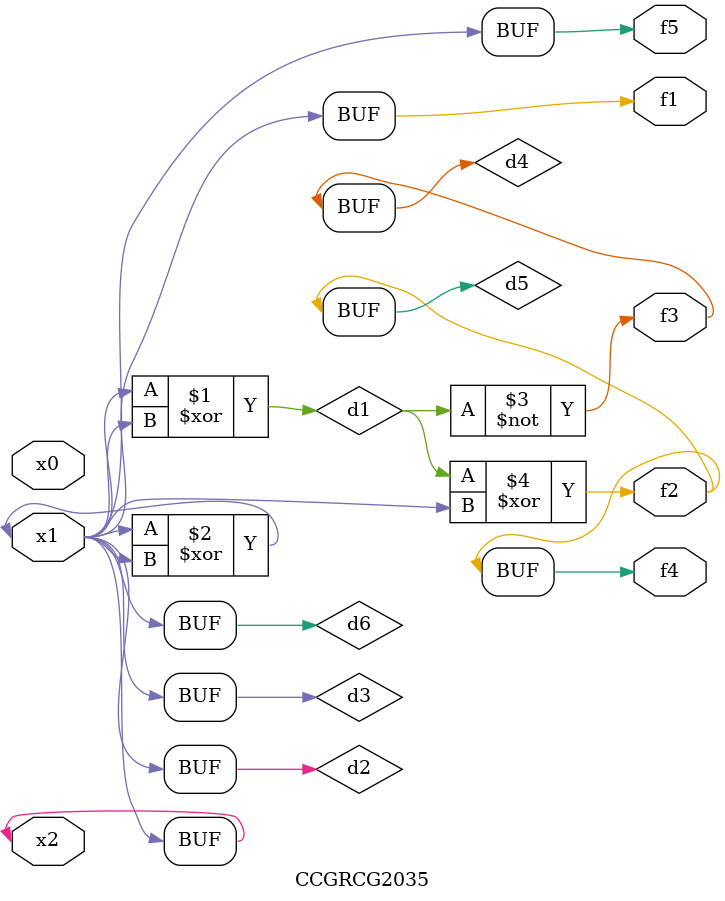
<source format=v>
module CCGRCG2035(
	input x0, x1, x2,
	output f1, f2, f3, f4, f5
);

	wire d1, d2, d3, d4, d5, d6;

	xor (d1, x1, x2);
	buf (d2, x1, x2);
	xor (d3, x1, x2);
	nor (d4, d1);
	xor (d5, d1, d2);
	buf (d6, d2, d3);
	assign f1 = d6;
	assign f2 = d5;
	assign f3 = d4;
	assign f4 = d5;
	assign f5 = d6;
endmodule

</source>
